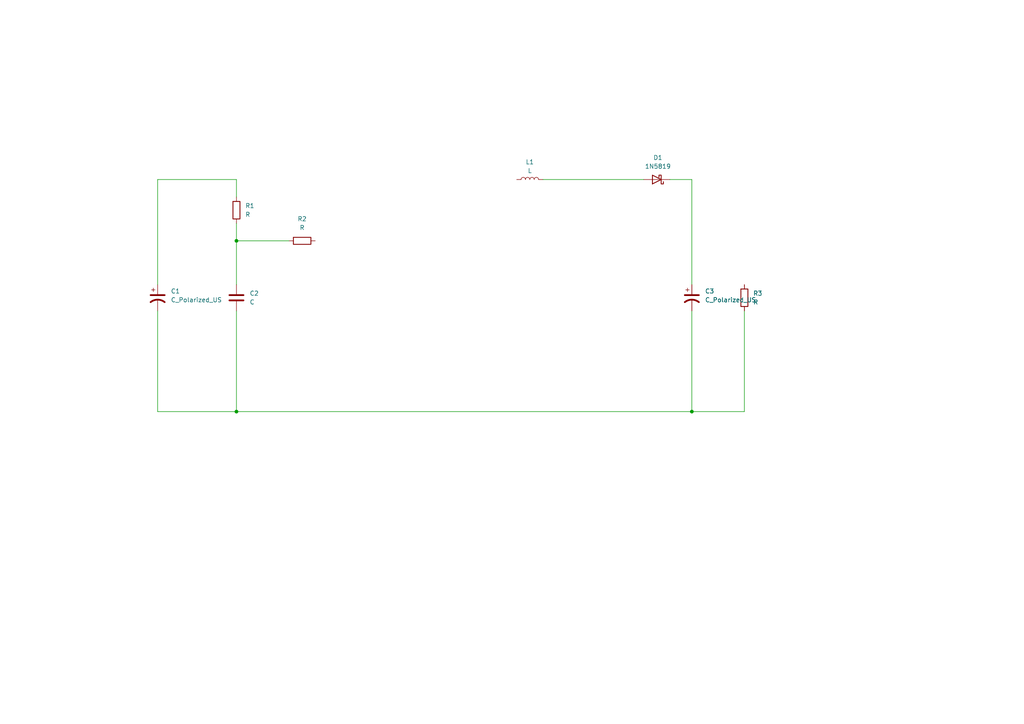
<source format=kicad_sch>
(kicad_sch (version 20231120) (generator "eeschema") (generator_version "8.0")
  (paper "A4")
  (lib_symbols
    (symbol "Device:C" (pin_numbers hide) (pin_names (offset 0.254))
      (property "Reference" "C" (at 0.635 2.54 0))
      (property "Value" "C" (at 0.635 -2.54 0))
      (symbol "C_0_1"
        (polyline (pts (xy -2.032 -0.762) (xy 2.032 -0.762)) (stroke (width 0.508)))
        (polyline (pts (xy -2.032 0.762) (xy 2.032 0.762)) (stroke (width 0.508)))
      )
      (symbol "C_1_1"
        (pin passive line (at 0 3.81 270) (length 2.794) (name "~") (number "1"))
        (pin passive line (at 0 -3.81 90) (length 2.794) (name "~") (number "2"))
      )
    )
    (symbol "Device:C_Polarized_US" (pin_numbers hide) (pin_names (offset 0.254) hide)
      (property "Reference" "C" (at 0.635 2.54 0))
      (property "Value" "C_Polarized_US" (at 0.635 -2.54 0))
      (symbol "C_Polarized_US_0_1"
        (polyline (pts (xy -2.032 0.762) (xy 2.032 0.762)) (stroke (width 0.508)))
        (polyline (pts (xy -1.778 2.286) (xy -0.762 2.286)))
        (polyline (pts (xy -1.27 1.778) (xy -1.27 2.794)))
        (arc (start 2.032 -1.27) (mid 0 -0.5572) (end -2.032 -1.27) (stroke (width 0.508)))
      )
      (symbol "C_Polarized_US_1_1"
        (pin passive line (at 0 3.81 270) (length 2.794) (name "~") (number "1"))
        (pin passive line (at 0 -3.81 90) (length 3.302) (name "~") (number "2"))
      )
    )
    (symbol "Device:L" (pin_numbers hide) (pin_names (offset 1.016) hide)
      (property "Reference" "L" (at -1.27 0 90))
      (property "Value" "L" (at 1.905 0 90))
      (symbol "L_0_1"
        (arc (start 0 -2.54) (mid 0.6323 -1.905) (end 0 -1.27))
        (arc (start 0 -1.27) (mid 0.6323 -0.635) (end 0 0))
        (arc (start 0 0) (mid 0.6323 0.635) (end 0 1.27))
        (arc (start 0 1.27) (mid 0.6323 1.905) (end 0 2.54))
      )
      (symbol "L_1_1"
        (pin passive line (at 0 3.81 270) (length 1.27) (name "1") (number "1"))
        (pin passive line (at 0 -3.81 90) (length 1.27) (name "2") (number "2"))
      )
    )
    (symbol "Device:R" (pin_numbers hide) (pin_names (offset 0))
      (property "Reference" "R" (at 2.032 0 90))
      (property "Value" "R" (at 0 0 90))
      (symbol "R_0_1"
        (rectangle (start -1.016 -2.54) (end 1.016 2.54) (stroke (width 0.254)))
      )
      (symbol "R_1_1"
        (pin passive line (at 0 3.81 270) (length 1.27) (name "~") (number "1"))
        (pin passive line (at 0 -3.81 90) (length 1.27) (name "~") (number "2"))
      )
    )
    (symbol "Diode:1N5819" (pin_numbers hide) (pin_names (offset 1.016) hide)
      (property "Reference" "D" (at 0 2.54 0))
      (property "Value" "1N5819" (at 0 -2.54 0))
      (symbol "1N5819_0_1"
        (polyline (pts (xy 1.27 0) (xy -1.27 0)))
        (polyline (pts (xy 1.27 1.27) (xy 1.27 -1.27) (xy -1.27 0) (xy 1.27 1.27)) (stroke (width 0.254)))
        (polyline (pts (xy -1.905 0.635) (xy -1.905 1.27) (xy -1.27 1.27) (xy -1.27 -1.27) (xy -0.635 -1.27) (xy -0.635 -0.635)) (stroke (width 0.254)))
      )
      (symbol "1N5819_1_1"
        (pin passive line (at -3.81 0 0) (length 2.54) (name "K") (number "1"))
        (pin passive line (at 3.81 0 180) (length 2.54) (name "A") (number "2"))
      )
    )
  )
  (junction (at 68.58 119.38))
  (junction (at 200.66 119.38))
  (junction (at 68.58 69.85))
  (wire (pts (xy 68.58 119.38) (xy 45.72 119.38)))
  (wire (pts (xy 45.72 52.07) (xy 68.58 52.07)))
  (wire (pts (xy 157.48 52.07) (xy 186.69 52.07)))
  (wire (pts (xy 200.66 52.07) (xy 200.66 82.55)))
  (wire (pts (xy 215.9 119.38) (xy 200.66 119.38)))
  (wire (pts (xy 194.31 52.07) (xy 200.66 52.07)))
  (wire (pts (xy 68.58 64.77) (xy 68.58 69.85)))
  (wire (pts (xy 45.72 119.38) (xy 45.72 90.17)))
  (wire (pts (xy 200.66 90.17) (xy 200.66 119.38)))
  (wire (pts (xy 200.66 119.38) (xy 68.58 119.38)))
  (wire (pts (xy 68.58 57.15) (xy 68.58 52.07)))
  (wire (pts (xy 215.9 90.17) (xy 215.9 119.38)))
  (wire (pts (xy 68.58 69.85) (xy 83.82 69.85)))
  (wire (pts (xy 68.58 69.85) (xy 68.58 82.55)))
  (wire (pts (xy 68.58 90.17) (xy 68.58 119.38)))
  (wire (pts (xy 45.72 52.07) (xy 45.72 82.55)))
  (symbol (lib_id "Device:R") (at 87.63 69.85 90) (unit 1)
    (property "Reference" "R2" (at 87.63 63.5 90))
    (property "Value" "R" (at 87.63 66.04 90))
    (property "Description" "Resistor" (effects (hide yes)))
  )
  (symbol (lib_id "Device:C_Polarized_US") (at 200.66 86.36 0) (unit 1)
    (property "Reference" "C3" (at 204.47 84.4549 0) (effects (justify left)))
    (property "Value" "C_Polarized_US" (at 204.47 86.9949 0) (effects (justify left)))
    (property "Description" "Polarized capacitor, US symbol" (effects (hide yes)))
  )
  (symbol (lib_id "Device:R") (at 68.58 60.96 0) (unit 1)
    (property "Reference" "R1" (at 71.12 59.6899 0) (effects (justify left)))
    (property "Value" "R" (at 71.12 62.2299 0) (effects (justify left)))
    (property "Description" "Resistor" (effects (hide yes)))
  )
  (symbol (lib_id "Device:L") (at 153.67 52.07 90) (unit 1)
    (property "Reference" "L1" (at 153.67 46.99 90))
    (property "Value" "L" (at 153.67 49.53 90))
    (property "Description" "Inductor" (effects (hide yes)))
  )
  (symbol (lib_id "Device:C") (at 68.58 86.36 0) (unit 1)
    (property "Reference" "C2" (at 72.39 85.0899 0) (effects (justify left)))
    (property "Value" "C" (at 72.39 87.6299 0) (effects (justify left)))
    (property "Description" "Unpolarized capacitor" (effects (hide yes)))
  )
  (symbol (lib_id "Device:C_Polarized_US") (at 45.72 86.36 0) (unit 1)
    (property "Reference" "C1" (at 49.53 84.4549 0) (effects (justify left)))
    (property "Value" "C_Polarized_US" (at 49.53 86.9949 0) (effects (justify left)))
    (property "Description" "Polarized capacitor, US symbol" (effects (hide yes)))
  )
  (symbol (lib_id "Device:R") (at 215.9 86.36 0) (unit 1)
    (property "Reference" "R3" (at 218.44 85.0899 0) (effects (justify left)))
    (property "Value" "R" (at 218.44 87.6299 0) (effects (justify left)))
    (property "Description" "Resistor" (effects (hide yes)))
  )
  (symbol (lib_id "Diode:1N5819") (at 190.5 52.07 180) (unit 1)
    (property "Reference" "D1" (at 190.8175 45.72 0))
    (property "Value" "1N5819" (at 190.8175 48.26 0))
    (property "Footprint" "Diode_THT:D_DO-41_SOD81_P10.16mm_Horizontal" (effects (hide yes)))
    (property "Datasheet" "http://www.vishay.com/docs/88525/1n5817.pdf" (effects (hide yes)))
    (property "Description" "40V 1A Schottky Barrier Rectifier Diode, DO-41" (effects (hide yes)))
  )
)
</source>
